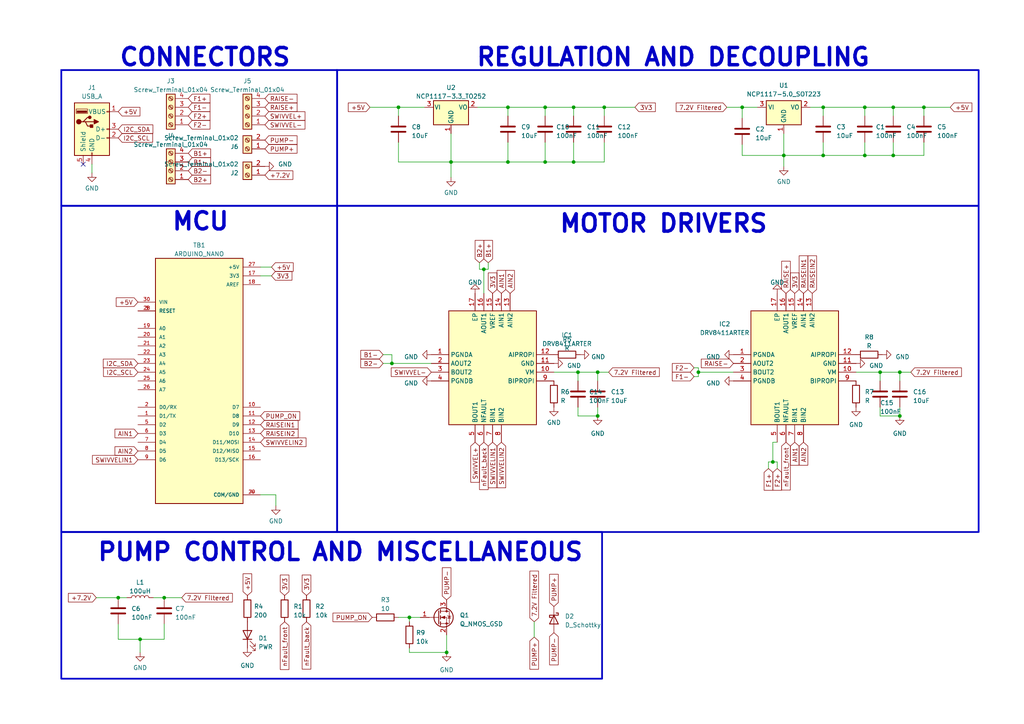
<source format=kicad_sch>
(kicad_sch (version 20230121) (generator eeschema)
  (paper "A4")
  (title_block (title "TEAM WHITE RECEIVER") (rev "1"))
  (lib_symbols
    (symbol "Connector:Screw_Terminal_01x02" (pin_names (offset 1.016) hide)
      (property "Reference" "J" (at 0 2.54 0))
      (property "Value" "Screw_Terminal_01x02" (at 0 -5.08 0))
      (symbol "Screw_Terminal_01x02_1_1"
        (rectangle (start -1.27 1.27) (end 1.27 -3.81) (stroke (width 0.254)) (fill (type background)))
        (circle (center 0 -2.54) (radius 0.635) (stroke (width 0.1524)))
        (polyline (pts (xy -0.5334 -2.2098) (xy 0.3302 -3.048)) (stroke (width 0.1524)))
        (polyline (pts (xy -0.5334 0.3302) (xy 0.3302 -0.508)) (stroke (width 0.1524)))
        (polyline (pts (xy -0.3556 -2.032) (xy 0.508 -2.8702)) (stroke (width 0.1524)))
        (polyline (pts (xy -0.3556 0.508) (xy 0.508 -0.3302)) (stroke (width 0.1524)))
        (circle (center 0 0) (radius 0.635) (stroke (width 0.1524)))
        (pin passive line (at -5.08 0 0) (length 3.81) (name "Pin_1") (number "1"))
        (pin passive line (at -5.08 -2.54 0) (length 3.81) (name "Pin_2") (number "2"))
      )
    )
    (symbol "Connector:Screw_Terminal_01x04" (pin_names (offset 1.016) hide)
      (property "Reference" "J" (at 0 5.08 0))
      (property "Value" "Screw_Terminal_01x04" (at 0 -7.62 0))
      (symbol "Screw_Terminal_01x04_1_1"
        (rectangle (start -1.27 3.81) (end 1.27 -6.35) (stroke (width 0.254)) (fill (type background)))
        (circle (center 0 -5.08) (radius 0.635) (stroke (width 0.1524)))
        (circle (center 0 -2.54) (radius 0.635) (stroke (width 0.1524)))
        (polyline (pts (xy -0.5334 -4.7498) (xy 0.3302 -5.588)) (stroke (width 0.1524)))
        (polyline (pts (xy -0.5334 -2.2098) (xy 0.3302 -3.048)) (stroke (width 0.1524)))
        (polyline (pts (xy -0.5334 0.3302) (xy 0.3302 -0.508)) (stroke (width 0.1524)))
        (polyline (pts (xy -0.5334 2.8702) (xy 0.3302 2.032)) (stroke (width 0.1524)))
        (polyline (pts (xy -0.3556 -4.572) (xy 0.508 -5.4102)) (stroke (width 0.1524)))
        (polyline (pts (xy -0.3556 -2.032) (xy 0.508 -2.8702)) (stroke (width 0.1524)))
        (polyline (pts (xy -0.3556 0.508) (xy 0.508 -0.3302)) (stroke (width 0.1524)))
        (polyline (pts (xy -0.3556 3.048) (xy 0.508 2.2098)) (stroke (width 0.1524)))
        (circle (center 0 0) (radius 0.635) (stroke (width 0.1524)))
        (circle (center 0 2.54) (radius 0.635) (stroke (width 0.1524)))
        (pin passive line (at -5.08 2.54 0) (length 3.81) (name "Pin_1") (number "1"))
        (pin passive line (at -5.08 0 0) (length 3.81) (name "Pin_2") (number "2"))
        (pin passive line (at -5.08 -2.54 0) (length 3.81) (name "Pin_3") (number "3"))
        (pin passive line (at -5.08 -5.08 0) (length 3.81) (name "Pin_4") (number "4"))
      )
    )
    (symbol "Connector:USB_A" (pin_names (offset 1.016))
      (property "Reference" "J" (at -5.08 11.43 0))
      (property "Value" "USB_A" (at -5.08 8.89 0))
      (symbol "USB_A_0_1"
        (rectangle (start -5.08 -7.62) (end 5.08 7.62) (stroke (width 0.254)) (fill (type background)))
        (circle (center -3.81 2.159) (radius 0.635) (stroke (width 0.254)) (fill (type outline)))
        (rectangle (start -1.524 4.826) (end -4.318 5.334) (fill (type outline)))
        (rectangle (start -1.27 4.572) (end -4.572 5.842))
        (circle (center -0.635 3.429) (radius 0.381) (stroke (width 0.254)) (fill (type outline)))
        (rectangle (start -0.127 -7.62) (end 0.127 -6.858))
        (polyline (pts (xy -3.175 2.159) (xy -2.54 2.159) (xy -1.27 3.429) (xy -0.635 3.429)) (stroke (width 0.254)))
        (polyline (pts (xy -2.54 2.159) (xy -1.905 2.159) (xy -1.27 0.889) (xy 0 0.889)) (stroke (width 0.254)))
        (polyline (pts (xy 0.635 2.794) (xy 0.635 1.524) (xy 1.905 2.159) (xy 0.635 2.794)) (stroke (width 0.254)) (fill (type outline)))
        (rectangle (start 0.254 1.27) (end -0.508 0.508) (stroke (width 0.254)) (fill (type outline)))
        (rectangle (start 5.08 -2.667) (end 4.318 -2.413))
        (rectangle (start 5.08 -0.127) (end 4.318 0.127))
        (rectangle (start 5.08 4.953) (end 4.318 5.207))
      )
      (symbol "USB_A_1_1"
        (polyline (pts (xy -1.905 2.159) (xy 0.635 2.159)) (stroke (width 0.254)))
        (pin power_in line (at 7.62 5.08 180) (length 2.54) (name "VBUS") (number "1"))
        (pin bidirectional line (at 7.62 -2.54 180) (length 2.54) (name "D-") (number "2"))
        (pin bidirectional line (at 7.62 0 180) (length 2.54) (name "D+") (number "3"))
        (pin power_in line (at 0 -10.16 90) (length 2.54) (name "GND") (number "4"))
        (pin passive line (at -2.54 -10.16 90) (length 2.54) (name "Shield") (number "5"))
      )
    )
    (symbol "Device:C" (pin_numbers hide) (pin_names (offset 0.254))
      (property "Reference" "C" (at 0.635 2.54 0))
      (property "Value" "C" (at 0.635 -2.54 0))
      (symbol "C_0_1"
        (polyline (pts (xy -2.032 -0.762) (xy 2.032 -0.762)) (stroke (width 0.508)))
        (polyline (pts (xy -2.032 0.762) (xy 2.032 0.762)) (stroke (width 0.508)))
      )
      (symbol "C_1_1"
        (pin passive line (at 0 3.81 270) (length 2.794) (name "~") (number "1"))
        (pin passive line (at 0 -3.81 90) (length 2.794) (name "~") (number "2"))
      )
    )
    (symbol "Device:D_Schottky" (pin_numbers hide) (pin_names (offset 1.016) hide)
      (property "Reference" "D" (at 0 2.54 0))
      (property "Value" "D_Schottky" (at 0 -2.54 0))
      (symbol "D_Schottky_0_1"
        (polyline (pts (xy 1.27 0) (xy -1.27 0)))
        (polyline (pts (xy 1.27 1.27) (xy 1.27 -1.27) (xy -1.27 0) (xy 1.27 1.27)) (stroke (width 0.254)))
        (polyline (pts (xy -1.905 0.635) (xy -1.905 1.27) (xy -1.27 1.27) (xy -1.27 -1.27) (xy -0.635 -1.27) (xy -0.635 -0.635)) (stroke (width 0.254)))
      )
      (symbol "D_Schottky_1_1"
        (pin passive line (at -3.81 0 0) (length 2.54) (name "K") (number "1"))
        (pin passive line (at 3.81 0 180) (length 2.54) (name "A") (number "2"))
      )
    )
    (symbol "Device:L" (pin_numbers hide) (pin_names (offset 1.016) hide)
      (property "Reference" "L" (at -1.27 0 90))
      (property "Value" "L" (at 1.905 0 90))
      (symbol "L_0_1"
        (arc (start 0 -2.54) (mid 0.6323 -1.905) (end 0 -1.27))
        (arc (start 0 -1.27) (mid 0.6323 -0.635) (end 0 0))
        (arc (start 0 0) (mid 0.6323 0.635) (end 0 1.27))
        (arc (start 0 1.27) (mid 0.6323 1.905) (end 0 2.54))
      )
      (symbol "L_1_1"
        (pin passive line (at 0 3.81 270) (length 1.27) (name "1") (number "1"))
        (pin passive line (at 0 -3.81 90) (length 1.27) (name "2") (number "2"))
      )
    )
    (symbol "Device:LED" (pin_numbers hide) (pin_names (offset 1.016) hide)
      (property "Reference" "D" (at 0 2.54 0))
      (property "Value" "LED" (at 0 -2.54 0))
      (symbol "LED_0_1"
        (polyline (pts (xy -1.27 -1.27) (xy -1.27 1.27)) (stroke (width 0.254)))
        (polyline (pts (xy -1.27 0) (xy 1.27 0)))
        (polyline (pts (xy 1.27 -1.27) (xy 1.27 1.27) (xy -1.27 0) (xy 1.27 -1.27)) (stroke (width 0.254)))
        (polyline (pts (xy -3.048 -0.762) (xy -4.572 -2.286) (xy -3.81 -2.286) (xy -4.572 -2.286) (xy -4.572 -1.524)))
        (polyline (pts (xy -1.778 -0.762) (xy -3.302 -2.286) (xy -2.54 -2.286) (xy -3.302 -2.286) (xy -3.302 -1.524)))
      )
      (symbol "LED_1_1"
        (pin passive line (at -3.81 0 0) (length 2.54) (name "K") (number "1"))
        (pin passive line (at 3.81 0 180) (length 2.54) (name "A") (number "2"))
      )
    )
    (symbol "Device:Q_NMOS_GSD" (pin_names (offset 0) hide)
      (property "Reference" "Q" (at 5.08 1.27 0))
      (property "Value" "Q_NMOS_GSD" (at 5.08 -1.27 0))
      (symbol "Q_NMOS_GSD_0_1"
        (polyline (pts (xy 0.254 0) (xy -2.54 0)))
        (polyline (pts (xy 0.254 1.905) (xy 0.254 -1.905)) (stroke (width 0.254)))
        (polyline (pts (xy 0.762 -1.27) (xy 0.762 -2.286)) (stroke (width 0.254)))
        (polyline (pts (xy 0.762 0.508) (xy 0.762 -0.508)) (stroke (width 0.254)))
        (polyline (pts (xy 0.762 2.286) (xy 0.762 1.27)) (stroke (width 0.254)))
        (polyline (pts (xy 2.54 2.54) (xy 2.54 1.778)))
        (polyline (pts (xy 2.54 -2.54) (xy 2.54 0) (xy 0.762 0)))
        (polyline (pts (xy 0.762 -1.778) (xy 3.302 -1.778) (xy 3.302 1.778) (xy 0.762 1.778)))
        (polyline (pts (xy 1.016 0) (xy 2.032 0.381) (xy 2.032 -0.381) (xy 1.016 0)) (fill (type outline)))
        (polyline (pts (xy 2.794 0.508) (xy 2.921 0.381) (xy 3.683 0.381) (xy 3.81 0.254)))
        (polyline (pts (xy 3.302 0.381) (xy 2.921 -0.254) (xy 3.683 -0.254) (xy 3.302 0.381)))
        (circle (center 1.651 0) (radius 2.794) (stroke (width 0.254)))
        (circle (center 2.54 -1.778) (radius 0.254) (fill (type outline)))
        (circle (center 2.54 1.778) (radius 0.254) (fill (type outline)))
      )
      (symbol "Q_NMOS_GSD_1_1"
        (pin input line (at -5.08 0 0) (length 2.54) (name "G") (number "1"))
        (pin passive line (at 2.54 -5.08 90) (length 2.54) (name "S") (number "2"))
        (pin passive line (at 2.54 5.08 270) (length 2.54) (name "D") (number "3"))
      )
    )
    (symbol "Device:R" (pin_numbers hide) (pin_names (offset 0))
      (property "Reference" "R" (at 2.032 0 90))
      (property "Value" "R" (at 0 0 90))
      (symbol "R_0_1"
        (rectangle (start -1.016 -2.54) (end 1.016 2.54) (stroke (width 0.254)))
      )
      (symbol "R_1_1"
        (pin passive line (at 0 3.81 270) (length 1.27) (name "~") (number "1"))
        (pin passive line (at 0 -3.81 90) (length 1.27) (name "~") (number "2"))
      )
    )
    (symbol "LIB_DRV8411ARTER:DRV8411ARTER"
      (property "Reference" "IC" (at 31.75 17.78 0))
      (property "Value" "DRV8411ARTER" (at 31.75 15.24 0))
      (symbol "DRV8411ARTER_1_1"
        (rectangle (start 5.08 12.7) (end 30.48 -20.32) (stroke (width 0.254)) (fill (type background)))
        (pin passive line (at 0 0 0) (length 5.08) (name "PGNDA") (number "1"))
        (pin passive line (at 35.56 -5.08 180) (length 5.08) (name "VM") (number "10"))
        (pin passive line (at 35.56 -2.54 180) (length 5.08) (name "GND") (number "11"))
        (pin passive line (at 35.56 0 180) (length 5.08) (name "AIPROPI") (number "12"))
        (pin passive line (at 22.86 17.78 270) (length 5.08) (name "AIN2") (number "13"))
        (pin passive line (at 20.32 17.78 270) (length 5.08) (name "AIN1") (number "14"))
        (pin passive line (at 17.78 17.78 270) (length 5.08) (name "VREF") (number "15"))
        (pin passive line (at 15.24 17.78 270) (length 5.08) (name "AOUT1") (number "16"))
        (pin passive line (at 12.7 17.78 270) (length 5.08) (name "EP") (number "17"))
        (pin passive line (at 0 -2.54 0) (length 5.08) (name "AOUT2") (number "2"))
        (pin passive line (at 0 -5.08 0) (length 5.08) (name "BOUT2") (number "3"))
        (pin passive line (at 0 -7.62 0) (length 5.08) (name "PGNDB") (number "4"))
        (pin passive line (at 12.7 -25.4 90) (length 5.08) (name "BOUT1") (number "5"))
        (pin passive line (at 15.24 -25.4 90) (length 5.08) (name "NFAULT") (number "6"))
        (pin passive line (at 17.78 -25.4 90) (length 5.08) (name "BIN1") (number "7"))
        (pin passive line (at 20.32 -25.4 90) (length 5.08) (name "BIN2") (number "8"))
        (pin passive line (at 35.56 -7.62 180) (length 5.08) (name "BIPROPI") (number "9"))
      )
    )
    (symbol "New_Library:ARDUINO_NANO" (pin_names (offset 1.016))
      (property "Reference" "TB" (at -12.7 35.56 0))
      (property "Value" "ARDUINO_NANO" (at -12.7 -38.1 0))
      (symbol "ARDUINO_NANO_0_0"
        (rectangle (start -12.7 -35.56) (end 12.7 35.56) (stroke (width 0.254)) (fill (type background)))
        (pin bidirectional line (at -17.78 -10.16 0) (length 5.08) (name "D1/TX") (number "1"))
        (pin bidirectional line (at 17.78 -7.62 180) (length 5.08) (name "D7") (number "10"))
        (pin bidirectional line (at 17.78 -10.16 180) (length 5.08) (name "D8") (number "11"))
        (pin bidirectional line (at 17.78 -12.7 180) (length 5.08) (name "D9") (number "12"))
        (pin bidirectional line (at 17.78 -15.24 180) (length 5.08) (name "D10") (number "13"))
        (pin bidirectional line (at 17.78 -17.78 180) (length 5.08) (name "D11/MOSI") (number "14"))
        (pin bidirectional line (at 17.78 -20.32 180) (length 5.08) (name "D12/MISO") (number "15"))
        (pin bidirectional line (at 17.78 -22.86 180) (length 5.08) (name "D13/SCK") (number "16"))
        (pin power_in line (at 17.78 30.48 180) (length 5.08) (name "3V3") (number "17"))
        (pin power_in line (at 17.78 27.94 180) (length 5.08) (name "AREF") (number "18"))
        (pin input line (at -17.78 15.24 0) (length 5.08) (name "A0") (number "19"))
        (pin bidirectional line (at -17.78 -7.62 0) (length 5.08) (name "D0/RX") (number "2"))
        (pin input line (at -17.78 12.7 0) (length 5.08) (name "A1") (number "20"))
        (pin input line (at -17.78 10.16 0) (length 5.08) (name "A2") (number "21"))
        (pin input line (at -17.78 7.62 0) (length 5.08) (name "A3") (number "22"))
        (pin input line (at -17.78 5.08 0) (length 5.08) (name "A4") (number "23"))
        (pin input line (at -17.78 2.54 0) (length 5.08) (name "A5") (number "24"))
        (pin input line (at -17.78 0 0) (length 5.08) (name "A6") (number "25"))
        (pin input line (at -17.78 -2.54 0) (length 5.08) (name "A7") (number "26"))
        (pin power_in line (at 17.78 33.02 180) (length 5.08) (name "+5V") (number "27"))
        (pin input line (at -17.78 20.32 0) (length 5.08) (name "RESET") (number "28"))
        (pin power_in line (at 17.78 -33.02 180) (length 5.08) (name "COM/GND") (number "29"))
        (pin input line (at -17.78 20.32 0) (length 5.08) (name "RESET") (number "3"))
        (pin input line (at -17.78 22.86 0) (length 5.08) (name "VIN") (number "30"))
        (pin power_in line (at 17.78 -33.02 180) (length 5.08) (name "COM/GND") (number "4"))
        (pin bidirectional line (at -17.78 -12.7 0) (length 5.08) (name "D2") (number "5"))
        (pin bidirectional line (at -17.78 -15.24 0) (length 5.08) (name "D3") (number "6"))
        (pin bidirectional line (at -17.78 -17.78 0) (length 5.08) (name "D4") (number "7"))
        (pin bidirectional line (at -17.78 -20.32 0) (length 5.08) (name "D5") (number "8"))
        (pin bidirectional line (at -17.78 -22.86 0) (length 5.08) (name "D6") (number "9"))
      )
    )
    (symbol "Regulator_Linear:NCP1117-3.3_TO252" (pin_names (offset 0.254))
      (property "Reference" "U" (at -3.81 3.175 0))
      (property "Value" "NCP1117-3.3_TO252" (at 0 3.175 0))
      (symbol "NCP1117-3.3_TO252_0_1"
        (rectangle (start -5.08 1.905) (end 5.08 -5.08) (stroke (width 0.254)) (fill (type background)))
      )
      (symbol "NCP1117-3.3_TO252_1_1"
        (pin power_in line (at 0 -7.62 90) (length 2.54) (name "GND") (number "1"))
        (pin power_out line (at 7.62 0 180) (length 2.54) (name "VO") (number "2"))
        (pin power_in line (at -7.62 0 0) (length 2.54) (name "VI") (number "3"))
      )
    )
    (symbol "Regulator_Linear:NCP1117-5.0_SOT223"
      (property "Reference" "U" (at -3.81 3.175 0))
      (property "Value" "NCP1117-5.0_SOT223" (at 0 3.175 0))
      (symbol "NCP1117-5.0_SOT223_0_1"
        (rectangle (start -5.08 -5.08) (end 5.08 1.905) (stroke (width 0.254)) (fill (type background)))
      )
      (symbol "NCP1117-5.0_SOT223_1_1"
        (pin power_in line (at 0 -7.62 90) (length 2.54) (name "GND") (number "1"))
        (pin power_out line (at 7.62 0 180) (length 2.54) (name "VO") (number "2"))
        (pin power_in line (at -7.62 0 0) (length 2.54) (name "VI") (number "3"))
      )
    )
    (symbol "power:GND" (power) (pin_names (offset 0))
      (property "Value" "GND" (at 0 -3.81 0))
      (symbol "GND_0_1"
        (polyline (pts (xy 0 0) (xy 0 -1.27) (xy 1.27 -1.27) (xy 0 -2.54) (xy -1.27 -1.27) (xy 0 -1.27)))
      )
      (symbol "GND_1_1"
        (pin power_in line (at 0 0 270) (length 0) hide (name "GND") (number "1"))
      )
    )
  )
  (junction (at 115.57 31.115))
  (junction (at 227.33 45.085))
  (junction (at 166.37 46.99))
  (junction (at 129.54 189.23))
  (junction (at 238.76 31.115))
  (junction (at 47.625 173.355))
  (junction (at 147.32 31.115))
  (junction (at 158.115 46.99))
  (junction (at 175.26 31.115))
  (junction (at 250.825 45.085))
  (junction (at 166.37 31.115))
  (junction (at 238.76 45.085))
  (junction (at 130.81 46.99))
  (junction (at 173.355 120.65))
  (junction (at 267.97 31.115))
  (junction (at 260.985 107.95))
  (junction (at 215.265 31.115))
  (junction (at 173.355 107.95))
  (junction (at 224.155 133.985))
  (junction (at 118.745 179.07))
  (junction (at 259.08 31.115))
  (junction (at 255.27 107.95))
  (junction (at 34.29 173.355))
  (junction (at 202.565 107.95))
  (junction (at 140.335 78.105))
  (junction (at 250.825 31.115))
  (junction (at 113.665 105.41))
  (junction (at 167.64 107.95))
  (junction (at 260.985 120.65))
  (junction (at 147.32 46.99))
  (junction (at 40.64 185.42))
  (junction (at 259.08 45.085))
  (junction (at 158.115 31.115))
  (no_connect (at 24.13 47.625))
  (wire (pts (xy 238.76 45.085) (xy 250.825 45.085)))
  (wire (pts (xy 202.565 107.95) (xy 212.725 107.95)))
  (wire (pts (xy 118.745 187.96) (xy 118.745 189.23)))
  (wire (pts (xy 115.57 46.99) (xy 130.81 46.99)))
  (wire (pts (xy 158.115 46.99) (xy 166.37 46.99)))
  (wire (pts (xy 224.155 133.985) (xy 225.425 133.985)))
  (wire (pts (xy 130.81 46.99) (xy 147.32 46.99)))
  (wire (pts (xy 147.32 31.115) (xy 158.115 31.115)))
  (wire (pts (xy 267.97 31.115) (xy 275.59 31.115)))
  (wire (pts (xy 139.065 78.105) (xy 140.335 78.105)))
  (wire (pts (xy 267.97 31.115) (xy 259.08 31.115)))
  (wire (pts (xy 118.745 189.23) (xy 129.54 189.23)))
  (wire (pts (xy 201.295 109.22) (xy 202.565 109.22)))
  (wire (pts (xy 118.745 179.07) (xy 118.745 180.34)))
  (wire (pts (xy 201.295 106.68) (xy 202.565 106.68)))
  (wire (pts (xy 75.565 77.47) (xy 78.74 77.47)))
  (wire (pts (xy 140.335 78.105) (xy 140.335 85.09)))
  (wire (pts (xy 167.64 118.11) (xy 167.64 120.65)))
  (wire (pts (xy 215.265 45.085) (xy 227.33 45.085)))
  (wire (pts (xy 47.625 173.355) (xy 52.705 173.355)))
  (wire (pts (xy 138.43 31.115) (xy 147.32 31.115)))
  (wire (pts (xy 238.76 41.275) (xy 238.76 45.085)))
  (wire (pts (xy 255.27 107.95) (xy 255.27 110.49)))
  (wire (pts (xy 140.335 78.105) (xy 141.605 78.105)))
  (wire (pts (xy 234.95 31.115) (xy 238.76 31.115)))
  (wire (pts (xy 260.985 107.95) (xy 260.985 110.49)))
  (wire (pts (xy 238.76 31.115) (xy 238.76 33.655)))
  (wire (pts (xy 40.64 185.42) (xy 40.64 189.23)))
  (wire (pts (xy 166.37 31.115) (xy 166.37 33.655)))
  (wire (pts (xy 267.97 45.085) (xy 259.08 45.085)))
  (wire (pts (xy 107.315 31.115) (xy 115.57 31.115)))
  (wire (pts (xy 202.565 106.68) (xy 202.565 107.95)))
  (wire (pts (xy 250.825 33.655) (xy 250.825 31.115)))
  (wire (pts (xy 154.94 180.34) (xy 154.94 184.785)))
  (wire (pts (xy 34.29 185.42) (xy 40.64 185.42)))
  (wire (pts (xy 222.885 133.985) (xy 224.155 133.985)))
  (wire (pts (xy 259.08 41.275) (xy 259.08 45.085)))
  (wire (pts (xy 267.97 41.275) (xy 267.97 45.085)))
  (wire (pts (xy 167.64 107.95) (xy 173.355 107.95)))
  (wire (pts (xy 175.26 41.275) (xy 175.26 46.99)))
  (wire (pts (xy 260.985 107.95) (xy 264.16 107.95)))
  (wire (pts (xy 115.57 33.655) (xy 115.57 31.115)))
  (wire (pts (xy 166.37 41.275) (xy 166.37 46.99)))
  (wire (pts (xy 34.29 180.975) (xy 34.29 185.42)))
  (wire (pts (xy 227.33 38.735) (xy 227.33 45.085)))
  (wire (pts (xy 147.32 46.99) (xy 158.115 46.99)))
  (wire (pts (xy 267.97 33.655) (xy 267.97 31.115)))
  (wire (pts (xy 167.64 120.65) (xy 173.355 120.65)))
  (wire (pts (xy 26.67 47.625) (xy 26.67 50.165)))
  (wire (pts (xy 115.57 179.07) (xy 118.745 179.07)))
  (wire (pts (xy 141.605 76.2) (xy 141.605 78.105)))
  (wire (pts (xy 118.745 179.07) (xy 121.92 179.07)))
  (wire (pts (xy 158.115 31.115) (xy 158.115 33.655)))
  (wire (pts (xy 158.115 41.275) (xy 158.115 46.99)))
  (wire (pts (xy 115.57 41.275) (xy 115.57 46.99)))
  (wire (pts (xy 210.82 31.115) (xy 215.265 31.115)))
  (wire (pts (xy 225.425 135.89) (xy 225.425 133.985)))
  (wire (pts (xy 160.655 107.95) (xy 167.64 107.95)))
  (wire (pts (xy 129.54 184.15) (xy 129.54 189.23)))
  (wire (pts (xy 34.29 173.355) (xy 36.83 173.355)))
  (wire (pts (xy 147.32 31.115) (xy 147.32 33.655)))
  (wire (pts (xy 227.33 45.085) (xy 227.33 48.26)))
  (wire (pts (xy 40.64 185.42) (xy 47.625 185.42)))
  (wire (pts (xy 248.285 107.95) (xy 255.27 107.95)))
  (wire (pts (xy 166.37 31.115) (xy 175.26 31.115)))
  (wire (pts (xy 111.125 102.87) (xy 113.665 102.87)))
  (wire (pts (xy 27.94 173.355) (xy 34.29 173.355)))
  (wire (pts (xy 259.08 45.085) (xy 250.825 45.085)))
  (wire (pts (xy 158.115 31.115) (xy 166.37 31.115)))
  (wire (pts (xy 75.565 80.01) (xy 78.74 80.01)))
  (wire (pts (xy 130.81 38.735) (xy 130.81 46.99)))
  (wire (pts (xy 111.125 105.41) (xy 113.665 105.41)))
  (wire (pts (xy 260.985 118.11) (xy 260.985 120.65)))
  (wire (pts (xy 215.265 31.115) (xy 219.71 31.115)))
  (wire (pts (xy 215.265 41.91) (xy 215.265 45.085)))
  (wire (pts (xy 147.32 41.275) (xy 147.32 46.99)))
  (wire (pts (xy 227.33 45.085) (xy 238.76 45.085)))
  (wire (pts (xy 167.64 107.95) (xy 167.64 110.49)))
  (wire (pts (xy 44.45 173.355) (xy 47.625 173.355)))
  (wire (pts (xy 225.425 128.27) (xy 224.155 128.27)))
  (wire (pts (xy 202.565 109.22) (xy 202.565 107.95)))
  (wire (pts (xy 250.825 41.275) (xy 250.825 45.085)))
  (wire (pts (xy 255.27 118.11) (xy 255.27 120.65)))
  (wire (pts (xy 215.265 31.115) (xy 215.265 34.29)))
  (wire (pts (xy 75.565 143.51) (xy 80.01 143.51)))
  (wire (pts (xy 175.26 31.115) (xy 175.26 33.655)))
  (wire (pts (xy 115.57 31.115) (xy 123.19 31.115)))
  (wire (pts (xy 255.27 107.95) (xy 260.985 107.95)))
  (wire (pts (xy 173.355 107.95) (xy 173.355 110.49)))
  (wire (pts (xy 113.665 102.87) (xy 113.665 105.41)))
  (wire (pts (xy 173.355 107.95) (xy 176.53 107.95)))
  (wire (pts (xy 222.885 135.89) (xy 222.885 133.985)))
  (wire (pts (xy 47.625 185.42) (xy 47.625 180.975)))
  (wire (pts (xy 113.665 105.41) (xy 125.095 105.41)))
  (wire (pts (xy 255.27 120.65) (xy 260.985 120.65)))
  (wire (pts (xy 80.01 143.51) (xy 80.01 146.685)))
  (wire (pts (xy 259.08 31.115) (xy 250.825 31.115)))
  (wire (pts (xy 173.355 118.11) (xy 173.355 120.65)))
  (wire (pts (xy 250.825 31.115) (xy 238.76 31.115)))
  (wire (pts (xy 166.37 46.99) (xy 175.26 46.99)))
  (wire (pts (xy 130.81 46.99) (xy 130.81 51.435)))
  (wire (pts (xy 139.065 76.2) (xy 139.065 78.105)))
  (wire (pts (xy 259.08 33.655) (xy 259.08 31.115)))
  (wire (pts (xy 224.155 128.27) (xy 224.155 133.985)))
  (wire (pts (xy 175.26 31.115) (xy 184.15 31.115)))
  (rectangle (start 17.78 59.69) (end 97.79 154.305) (stroke (width 0.5)))
  (rectangle (start 97.79 59.69) (end 283.845 154.305) (stroke (width 0.5)))
  (rectangle (start 97.79 20.32) (end 283.845 59.69) (stroke (width 0.5)))
  (rectangle (start 17.78 154.305) (end 174.625 196.85) (stroke (width 0.5)))
  (rectangle (start 17.78 20.32) (end 97.79 59.69) (stroke (width 0.5)))
  (text "MOTOR DRIVERS" (at 161.925 67.945 0) (effects (font (size 5 5) (thickness 1) bold) (justify left bottom)))
  (text "REGULATION AND DECOUPLING" (at 137.795 19.685 0) (effects (font (size 5 5) (thickness 1) bold) (justify left bottom)))
  (text "CONNECTORS" (at 34.29 19.685 0) (effects (font (size 5 5) (thickness 1) bold) (justify left bottom)))
  (text "PUMP CONTROL AND MISCELLANEOUS" (at 27.94 163.195 0) (effects (font (size 5 5) (thickness 1) bold) (justify left bottom)))
  (text "MCU" (at 49.53 67.31 0) (effects (font (size 5 5) (thickness 1) bold) (justify left bottom)))
  (global_label "B1+" (shape input) (at 54.61 44.45 0) (property "Intersheetrefs" "${INTERSHEET_REFS}" (effects hide)))
  (global_label "7.2V Filtered" (shape input) (at 154.94 180.34 90) (property "Intersheetrefs" "${INTERSHEET_REFS}" (effects hide)))
  (global_label "+5V" (shape input) (at 71.755 172.72 90) (property "Intersheetrefs" "${INTERSHEET_REFS}" (effects hide)))
  (global_label "+7.2V" (shape input) (at 76.835 50.8 0) (property "Intersheetrefs" "${INTERSHEET_REFS}" (effects hide)))
  (global_label "F2+" (shape input) (at 225.425 135.89 270) (property "Intersheetrefs" "${INTERSHEET_REFS}" (effects hide)))
  (global_label "F1+" (shape input) (at 54.61 28.575 0) (property "Intersheetrefs" "${INTERSHEET_REFS}" (effects hide)))
  (global_label "F1-" (shape input) (at 201.295 109.22 180) (property "Intersheetrefs" "${INTERSHEET_REFS}" (effects hide)))
  (global_label "F1-" (shape input) (at 54.61 31.115 0) (property "Intersheetrefs" "${INTERSHEET_REFS}" (effects hide)))
  (global_label "F2-" (shape input) (at 54.61 36.195 0) (property "Intersheetrefs" "${INTERSHEET_REFS}" (effects hide)))
  (global_label "RAISEIN1" (shape input) (at 75.565 123.19 0) (property "Intersheetrefs" "${INTERSHEET_REFS}" (effects hide)))
  (global_label "RAISEIN2" (shape input) (at 235.585 85.09 90) (property "Intersheetrefs" "${INTERSHEET_REFS}" (effects hide)))
  (global_label "AIN1" (shape input) (at 230.505 128.27 270) (property "Intersheetrefs" "${INTERSHEET_REFS}" (effects hide)))
  (global_label "+5V" (shape input) (at 107.315 31.115 180) (property "Intersheetrefs" "${INTERSHEET_REFS}" (effects hide)))
  (global_label "B1-" (shape input) (at 111.125 102.87 180) (property "Intersheetrefs" "${INTERSHEET_REFS}" (effects hide)))
  (global_label "7.2V Filtered" (shape input) (at 264.16 107.95 0) (property "Intersheetrefs" "${INTERSHEET_REFS}" (effects hide)))
  (global_label "nFault_back" (shape input) (at 140.335 128.27 270) (property "Intersheetrefs" "${INTERSHEET_REFS}" (effects hide)))
  (global_label "AIN1" (shape input) (at 145.415 85.09 90) (property "Intersheetrefs" "${INTERSHEET_REFS}" (effects hide)))
  (global_label "F2+" (shape input) (at 54.61 33.655 0) (property "Intersheetrefs" "${INTERSHEET_REFS}" (effects hide)))
  (global_label "F2-" (shape input) (at 201.295 106.68 180) (property "Intersheetrefs" "${INTERSHEET_REFS}" (effects hide)))
  (global_label "3V3" (shape input) (at 184.15 31.115 0) (property "Intersheetrefs" "${INTERSHEET_REFS}" (effects hide)))
  (global_label "7.2V Filtered" (shape input) (at 210.82 31.115 180) (property "Intersheetrefs" "${INTERSHEET_REFS}" (effects hide)))
  (global_label "nFault_front" (shape input) (at 82.55 180.34 270) (property "Intersheetrefs" "${INTERSHEET_REFS}" (effects hide)))
  (global_label "I2C_SCL" (shape input) (at 40.005 107.95 180) (property "Intersheetrefs" "${INTERSHEET_REFS}" (effects hide)))
  (global_label "SWIVVELIN2" (shape input) (at 75.565 128.27 0) (property "Intersheetrefs" "${INTERSHEET_REFS}" (effects hide)))
  (global_label "SWIVVELIN2" (shape input) (at 145.415 128.27 270) (property "Intersheetrefs" "${INTERSHEET_REFS}" (effects hide)))
  (global_label "PUMP+" (shape input) (at 160.655 175.895 90) (property "Intersheetrefs" "${INTERSHEET_REFS}" (effects hide)))
  (global_label "B2-" (shape input) (at 54.61 49.53 0) (property "Intersheetrefs" "${INTERSHEET_REFS}" (effects hide)))
  (global_label "PUMP+" (shape input) (at 76.835 43.18 0) (property "Intersheetrefs" "${INTERSHEET_REFS}" (effects hide)))
  (global_label "SWIVVELIN1" (shape input) (at 142.875 128.27 270) (property "Intersheetrefs" "${INTERSHEET_REFS}" (effects hide)))
  (global_label "+7.2V" (shape input) (at 27.94 173.355 180) (property "Intersheetrefs" "${INTERSHEET_REFS}" (effects hide)))
  (global_label "RAISEIN1" (shape input) (at 233.045 85.09 90) (property "Intersheetrefs" "${INTERSHEET_REFS}" (effects hide)))
  (global_label "PUMP+" (shape input) (at 154.94 184.785 270) (property "Intersheetrefs" "${INTERSHEET_REFS}" (effects hide)))
  (global_label "SWIVVEL+" (shape input) (at 76.835 33.655 0) (property "Intersheetrefs" "${INTERSHEET_REFS}" (effects hide)))
  (global_label "3V3" (shape input) (at 82.55 172.72 90) (property "Intersheetrefs" "${INTERSHEET_REFS}" (effects hide)))
  (global_label "AIN2" (shape input) (at 40.005 130.81 180) (property "Intersheetrefs" "${INTERSHEET_REFS}" (effects hide)))
  (global_label "SWIVVEL-" (shape input) (at 125.095 107.95 180) (property "Intersheetrefs" "${INTERSHEET_REFS}" (effects hide)))
  (global_label "AIN2" (shape input) (at 147.955 85.09 90) (property "Intersheetrefs" "${INTERSHEET_REFS}" (effects hide)))
  (global_label "B1-" (shape input) (at 54.61 46.99 0) (property "Intersheetrefs" "${INTERSHEET_REFS}" (effects hide)))
  (global_label "3V3" (shape input) (at 142.875 85.09 90) (property "Intersheetrefs" "${INTERSHEET_REFS}" (effects hide)))
  (global_label "nFault_back" (shape input) (at 88.9 180.34 270) (property "Intersheetrefs" "${INTERSHEET_REFS}" (effects hide)))
  (global_label "RAISE-" (shape input) (at 76.835 28.575 0) (property "Intersheetrefs" "${INTERSHEET_REFS}" (effects hide)))
  (global_label "7.2V Filtered" (shape input) (at 176.53 107.95 0) (property "Intersheetrefs" "${INTERSHEET_REFS}" (effects hide)))
  (global_label "AIN2" (shape input) (at 233.045 128.27 270) (property "Intersheetrefs" "${INTERSHEET_REFS}" (effects hide)))
  (global_label "B2-" (shape input) (at 111.125 105.41 180) (property "Intersheetrefs" "${INTERSHEET_REFS}" (effects hide)))
  (global_label "RAISE-" (shape input) (at 212.725 105.41 180) (property "Intersheetrefs" "${INTERSHEET_REFS}" (effects hide)))
  (global_label "3V3" (shape input) (at 78.74 80.01 0) (property "Intersheetrefs" "${INTERSHEET_REFS}" (effects hide)))
  (global_label "B1+" (shape input) (at 141.605 76.2 90) (property "Intersheetrefs" "${INTERSHEET_REFS}" (effects hide)))
  (global_label "AIN1" (shape input) (at 40.005 125.73 180) (property "Intersheetrefs" "${INTERSHEET_REFS}" (effects hide)))
  (global_label "PUMP_ON" (shape input) (at 75.565 120.65 0) (property "Intersheetrefs" "${INTERSHEET_REFS}" (effects hide)))
  (global_label "I2C_SDA" (shape input) (at 34.29 37.465 0) (property "Intersheetrefs" "${INTERSHEET_REFS}" (effects hide)))
  (global_label "PUMP-" (shape input) (at 76.835 40.64 0) (property "Intersheetrefs" "${INTERSHEET_REFS}" (effects hide)))
  (global_label "PUMP-" (shape input) (at 129.54 173.99 90) (property "Intersheetrefs" "${INTERSHEET_REFS}" (effects hide)))
  (global_label "RAISEIN2" (shape input) (at 75.565 125.73 0) (property "Intersheetrefs" "${INTERSHEET_REFS}" (effects hide)))
  (global_label "3V3" (shape input) (at 88.9 172.72 90) (property "Intersheetrefs" "${INTERSHEET_REFS}" (effects hide)))
  (global_label "RAISE+" (shape input) (at 76.835 31.115 0) (property "Intersheetrefs" "${INTERSHEET_REFS}" (effects hide)))
  (global_label "nFault_front" (shape input) (at 227.965 128.27 270) (property "Intersheetrefs" "${INTERSHEET_REFS}" (effects hide)))
  (global_label "PUMP_ON" (shape input) (at 107.95 179.07 180) (property "Intersheetrefs" "${INTERSHEET_REFS}" (effects hide)))
  (global_label "B2+" (shape input) (at 54.61 52.07 0) (property "Intersheetrefs" "${INTERSHEET_REFS}" (effects hide)))
  (global_label "+5V" (shape input) (at 275.59 31.115 0) (property "Intersheetrefs" "${INTERSHEET_REFS}" (effects hide)))
  (global_label "3V3" (shape input) (at 230.505 85.09 90) (property "Intersheetrefs" "${INTERSHEET_REFS}" (effects hide)))
  (global_label "I2C_SCL" (shape input) (at 34.29 40.005 0) (property "Intersheetrefs" "${INTERSHEET_REFS}" (effects hide)))
  (global_label "SWIVVEL+" (shape input) (at 137.795 128.27 270) (property "Intersheetrefs" "${INTERSHEET_REFS}" (effects hide)))
  (global_label "RAISE+" (shape input) (at 227.965 85.09 90) (property "Intersheetrefs" "${INTERSHEET_REFS}" (effects hide)))
  (global_label "+5V" (shape input) (at 40.005 87.63 180) (property "Intersheetrefs" "${INTERSHEET_REFS}" (effects hide)))
  (global_label "SWIVVEL-" (shape input) (at 76.835 36.195 0) (property "Intersheetrefs" "${INTERSHEET_REFS}" (effects hide)))
  (global_label "+5V" (shape input) (at 78.74 77.47 0) (property "Intersheetrefs" "${INTERSHEET_REFS}" (effects hide)))
  (global_label "F1+" (shape input) (at 222.885 135.89 270) (property "Intersheetrefs" "${INTERSHEET_REFS}" (effects hide)))
  (global_label "PUMP-" (shape input) (at 160.655 183.515 270) (property "Intersheetrefs" "${INTERSHEET_REFS}" (effects hide)))
  (global_label "SWIVVELIN1" (shape input) (at 40.005 133.35 180) (property "Intersheetrefs" "${INTERSHEET_REFS}" (effects hide)))
  (global_label "+5V" (shape input) (at 34.29 32.385 0) (property "Intersheetrefs" "${INTERSHEET_REFS}" (effects hide)))
  (global_label "B2+" (shape input) (at 139.065 76.2 90) (property "Intersheetrefs" "${INTERSHEET_REFS}" (effects hide)))
  (global_label "I2C_SDA" (shape input) (at 40.005 105.41 180) (property "Intersheetrefs" "${INTERSHEET_REFS}" (effects hide)))
  (global_label "7.2V Filtered" (shape input) (at 52.705 173.355 0) (property "Intersheetrefs" "${INTERSHEET_REFS}" (effects hide)))
  (symbol (lib_id "Device:C") (at 166.37 37.465 0) (unit 1)
    (property "Reference" "C11" (at 170.18 36.83 0) (effects (justify left)))
    (property "Value" "100nF" (at 170.18 39.37 0) (effects (justify left)))
    (property "Footprint" "Capacitor_SMD:C_0603_1608Metric" (effects hide))
  )
  (symbol (lib_id "power:GND") (at 76.835 48.26 90) (unit 1)
    (property "Reference" "#PWR02" (effects hide))
    (property "Value" "GND" (at 80.645 47.625 90) (effects (justify right)))
  )
  (symbol (lib_id "Device:R") (at 118.745 184.15 0) (unit 1)
    (property "Reference" "R9" (at 120.65 183.515 0) (effects (justify left)))
    (property "Value" "10k" (at 120.65 186.055 0) (effects (justify left)))
    (property "Footprint" "Resistor_SMD:R_0603_1608Metric" (effects hide))
  )
  (symbol (lib_id "Connector:Screw_Terminal_01x04") (at 49.53 33.655 180) (unit 1)
    (property "Reference" "J3" (at 49.53 23.495 0))
    (property "Value" "Screw_Terminal_01x04" (at 49.53 26.035 0))
    (property "Footprint" "Connector_JST:JST_PH_S4B-PH-K_1x04_P2.00mm_Horizontal" (effects hide))
  )
  (symbol (lib_id "Device:C") (at 147.32 37.465 0) (unit 1)
    (property "Reference" "C9" (at 151.13 36.83 0) (effects (justify left)))
    (property "Value" "10uF" (at 151.13 39.37 0) (effects (justify left)))
    (property "Footprint" "Capacitor_SMD:C_0805_2012Metric" (effects hide))
  )
  (symbol (lib_id "power:GND") (at 129.54 189.23 0) (unit 1)
    (property "Reference" "#PWR024" (effects hide))
    (property "Value" "GND" (at 129.54 194.31 0))
  )
  (symbol (lib_id "Device:R") (at 164.465 102.87 90) (unit 1)
    (property "Reference" "R5" (at 164.465 98.425 90))
    (property "Value" "R" (at 164.465 100.965 90))
    (property "Footprint" "Resistor_SMD:R_0603_1608Metric" (effects hide))
  )
  (symbol (lib_id "power:GND") (at 125.095 102.87 270) (unit 1)
    (property "Reference" "#PWR09" (effects hide))
    (property "Value" "GND" (at 121.285 103.505 90) (effects (justify right)))
  )
  (symbol (lib_id "power:GND") (at 173.355 120.65 0) (unit 1)
    (property "Reference" "#PWR011" (effects hide))
    (property "Value" "GND" (at 173.355 125.73 0))
  )
  (symbol (lib_id "Regulator_Linear:NCP1117-5.0_SOT223") (at 227.33 31.115 0) (unit 1)
    (property "Reference" "U1" (at 227.33 24.765 0))
    (property "Value" "NCP1117-5.0_SOT223" (at 227.33 27.305 0))
    (property "Footprint" "Package_TO_SOT_SMD:SOT-223-3_TabPin2" (effects hide))
    (property "Datasheet" "http://www.onsemi.com/pub_link/Collateral/NCP1117-D.PDF" (effects hide))
  )
  (symbol (lib_id "Device:C") (at 173.355 114.3 0) (unit 1)
    (property "Reference" "C13" (at 177.165 113.665 0) (effects (justify left)))
    (property "Value" "10uF" (at 177.165 116.205 0) (effects (justify left)))
    (property "Footprint" "Capacitor_SMD:C_0805_2012Metric" (effects hide))
  )
  (symbol (lib_id "Device:Q_NMOS_GSD") (at 127 179.07 0) (unit 1)
    (property "Reference" "Q1" (at 133.35 178.435 0) (effects (justify left)))
    (property "Value" "Q_NMOS_GSD" (at 133.35 180.975 0) (effects (justify left)))
    (property "Footprint" "Package_TO_SOT_SMD:SOT-323_SC-70_Handsoldering" (effects hide))
  )
  (symbol (lib_id "power:GND") (at 212.725 110.49 270) (unit 1)
    (property "Reference" "#PWR013" (effects hide))
    (property "Value" "GND" (at 208.915 111.125 90) (effects (justify right)))
  )
  (symbol (lib_id "Device:C") (at 250.825 37.465 0) (unit 1)
    (property "Reference" "C1" (at 254 36.83 0) (effects (justify left)))
    (property "Value" "100nF" (at 254 39.37 0) (effects (justify left)))
    (property "Footprint" "Capacitor_SMD:C_0603_1608Metric" (effects hide))
  )
  (symbol (lib_id "power:GND") (at 260.985 120.65 0) (unit 1)
    (property "Reference" "#PWR015" (effects hide))
    (property "Value" "GND" (at 260.985 125.73 0))
  )
  (symbol (lib_id "Device:C") (at 255.27 114.3 0) (unit 1)
    (property "Reference" "C15" (at 255.27 116.84 0) (effects (justify left)))
    (property "Value" "100nF" (at 255.27 119.38 0) (effects (justify left)))
    (property "Footprint" "Capacitor_SMD:C_0603_1608Metric" (effects hide))
  )
  (symbol (lib_id "power:GND") (at 225.425 85.09 180) (unit 1)
    (property "Reference" "#PWR022" (effects hide))
    (property "Value" "GND" (at 225.425 81.915 0))
  )
  (symbol (lib_id "power:GND") (at 168.275 102.87 90) (unit 1)
    (property "Reference" "#PWR017" (effects hide))
    (property "Value" "GND" (at 171.45 103.505 90) (effects (justify right)))
  )
  (symbol (lib_id "New_Library:ARDUINO_NANO") (at 57.785 110.49 0) (unit 1)
    (property "Reference" "TB1" (at 57.785 71.12 0))
    (property "Value" "ARDUINO_NANO" (at 57.785 73.66 0))
    (property "Footprint" "Nano_Shield:SHIELD_ARDUINO_NANO" (effects hide))
    (property "MANUFACTURER" "ARDUINO" (effects hide))
    (property "STANDARD" "Manufacturer Recommendations" (effects hide))
  )
  (symbol (lib_id "Device:R") (at 252.095 102.87 90) (unit 1)
    (property "Reference" "R8" (at 252.095 97.79 90))
    (property "Value" "R" (at 252.095 100.33 90))
    (property "Footprint" "Resistor_SMD:R_0603_1608Metric" (effects hide))
  )
  (symbol (lib_id "power:GND") (at 130.81 51.435 0) (unit 1)
    (property "Reference" "#PWR07" (effects hide))
    (property "Value" "GND" (at 130.81 55.88 0))
  )
  (symbol (lib_id "Device:C") (at 47.625 177.165 0) (unit 1)
    (property "Reference" "C7" (at 50.8 176.53 0) (effects (justify left)))
    (property "Value" "100nF" (at 50.8 179.07 0) (effects (justify left)))
    (property "Footprint" "Capacitor_SMD:C_0603_1608Metric" (effects hide))
  )
  (symbol (lib_id "power:GND") (at 71.755 187.96 0) (unit 1)
    (property "Reference" "#PWR04" (effects hide))
    (property "Value" "GND" (at 71.755 193.04 0))
  )
  (symbol (lib_id "LIB_DRV8411ARTER:DRV8411ARTER") (at 125.095 102.87 0) (unit 1)
    (property "Reference" "IC1" (at 164.465 97.1803 0))
    (property "Value" "DRV8411ARTER" (at 164.465 99.7203 0))
    (property "Footprint" "DRV8411ARTER:QFN50P300X300X80-17N-D" (effects hide))
    (property "Datasheet" "https://www.ti.com/product/DRV8411A/part-details/DRV8411ARTER" (effects hide))
    (property "Height" "0.8" (effects hide))
    (property "Manufacturer_Name" "Texas Instruments" (effects hide))
    (property "Manufacturer_Part_Number" "DRV8411ARTER" (effects hide))
    (property "Mouser Part Number" "595-DRV8411ARTER" (effects hide))
    (property "Mouser Price/Stock" "https://www.mouser.co.uk/ProductDetail/Texas-Instruments/DRV8411ARTER?qs=Jm2GQyTW%2FbhTQDH4ldRJVg%3D%3D" (effects hide))
  )
  (symbol (lib_id "Device:C") (at 175.26 37.465 0) (unit 1)
    (property "Reference" "C12" (at 179.07 36.83 0) (effects (justify left)))
    (property "Value" "100nF" (at 179.07 39.37 0) (effects (justify left)))
    (property "Footprint" "Capacitor_SMD:C_0603_1608Metric" (effects hide))
  )
  (symbol (lib_id "Device:C") (at 238.76 37.465 0) (unit 1)
    (property "Reference" "C3" (at 242.57 36.83 0) (effects (justify left)))
    (property "Value" "10uF" (at 242.57 39.37 0) (effects (justify left)))
    (property "Footprint" "Capacitor_SMD:C_0805_2012Metric" (effects hide))
  )
  (symbol (lib_id "Connector:Screw_Terminal_01x04") (at 49.53 49.53 180) (unit 1)
    (property "Reference" "J4" (at 49.53 39.37 0))
    (property "Value" "Screw_Terminal_01x04" (at 49.53 41.91 0))
    (property "Footprint" "Connector_JST:JST_PH_S4B-PH-K_1x04_P2.00mm_Horizontal" (effects hide))
  )
  (symbol (lib_id "Device:C") (at 215.265 38.1 0) (unit 1)
    (property "Reference" "C2" (at 219.075 37.465 0) (effects (justify left)))
    (property "Value" "10uF" (at 219.075 40.005 0) (effects (justify left)))
    (property "Footprint" "Capacitor_SMD:C_0805_2012Metric" (effects hide))
  )
  (symbol (lib_id "Device:C") (at 167.64 114.3 0) (unit 1)
    (property "Reference" "C14" (at 170.815 113.665 0) (effects (justify left)))
    (property "Value" "100nF" (at 170.815 116.205 0) (effects (justify left)))
    (property "Footprint" "Capacitor_SMD:C_0603_1608Metric" (effects hide))
  )
  (symbol (lib_id "Device:C") (at 158.115 37.465 0) (unit 1)
    (property "Reference" "C10" (at 161.29 36.83 0) (effects (justify left)))
    (property "Value" "100nF" (at 161.29 39.37 0) (effects (justify left)))
    (property "Footprint" "Capacitor_SMD:C_0603_1608Metric" (effects hide))
  )
  (symbol (lib_id "power:GND") (at 137.795 85.09 180) (unit 1)
    (property "Reference" "#PWR023" (effects hide))
    (property "Value" "GND" (at 137.795 81.915 0))
  )
  (symbol (lib_id "Device:D_Schottky") (at 160.655 179.705 270) (unit 1)
    (property "Reference" "D2" (at 163.83 178.7525 90) (effects (justify left)))
    (property "Value" "D_Schottky" (at 163.83 181.2925 90) (effects (justify left)))
    (property "Footprint" "Diode_SMD:D_SOD-123" (effects hide))
  )
  (symbol (lib_id "power:GND") (at 248.285 118.11 0) (unit 1)
    (property "Reference" "#PWR019" (effects hide))
    (property "Value" "GND" (at 248.285 123.19 0))
  )
  (symbol (lib_id "Device:L") (at 40.64 173.355 90) (unit 1)
    (property "Reference" "L1" (at 40.64 168.91 90))
    (property "Value" "100uH" (at 40.64 171.45 90))
    (property "Footprint" "Inductor_SMD:L_1210_3225Metric" (effects hide))
  )
  (symbol (lib_id "power:GND") (at 227.33 48.26 0) (unit 1)
    (property "Reference" "#PWR05" (effects hide))
    (property "Value" "GND" (at 227.33 52.705 0))
  )
  (symbol (lib_id "power:GND") (at 26.67 50.165 0) (unit 1)
    (property "Reference" "#PWR03" (effects hide))
    (property "Value" "GND" (at 26.67 54.61 0))
  )
  (symbol (lib_id "Device:C") (at 259.08 37.465 0) (unit 1)
    (property "Reference" "C4" (at 262.89 36.83 0) (effects (justify left)))
    (property "Value" "100nF" (at 262.89 39.37 0) (effects (justify left)))
    (property "Footprint" "Capacitor_SMD:C_0603_1608Metric" (effects hide))
  )
  (symbol (lib_id "power:GND") (at 160.655 118.11 0) (unit 1)
    (property "Reference" "#PWR016" (effects hide))
    (property "Value" "GND" (at 160.655 122.555 0))
  )
  (symbol (lib_id "Connector:USB_A") (at 26.67 37.465 0) (unit 1)
    (property "Reference" "J1" (at 26.67 25.4 0))
    (property "Value" "USB_A" (at 26.67 27.94 0))
    (property "Footprint" "61400416021:USB-2.0-TYPE-A" (effects hide))
    (property "Datasheet" " ~" (effects hide))
  )
  (symbol (lib_id "power:GND") (at 248.285 105.41 90) (unit 1)
    (property "Reference" "#PWR014" (effects hide))
    (property "Value" "GND" (at 252.095 106.045 90) (effects (justify right)))
  )
  (symbol (lib_id "Device:R") (at 248.285 114.3 180) (unit 1)
    (property "Reference" "R7" (at 250.825 113.665 0) (effects (justify right)))
    (property "Value" "R" (at 250.825 116.205 0) (effects (justify right)))
    (property "Footprint" "Resistor_SMD:R_0603_1608Metric" (effects hide))
  )
  (symbol (lib_id "Device:R") (at 71.755 176.53 0) (unit 1)
    (property "Reference" "R4" (at 73.66 175.895 0) (effects (justify left)))
    (property "Value" "200" (at 73.66 178.435 0) (effects (justify left)))
    (property "Footprint" "Resistor_SMD:R_0603_1608Metric" (effects hide))
  )
  (symbol (lib_id "Connector:Screw_Terminal_01x04") (at 71.755 33.655 180) (unit 1)
    (property "Reference" "J5" (at 71.755 23.495 0))
    (property "Value" "Screw_Terminal_01x04" (at 71.755 26.035 0))
    (property "Footprint" "Connector_JST:JST_PH_S4B-PH-K_1x04_P2.00mm_Horizontal" (effects hide))
  )
  (symbol (lib_id "LIB_DRV8411ARTER:DRV8411ARTER") (at 212.725 102.87 0) (unit 1)
    (property "Reference" "IC2" (at 210.185 93.98 0))
    (property "Value" "DRV8411ARTER" (at 210.185 96.52 0))
    (property "Footprint" "DRV8411ARTER:QFN50P300X300X80-17N-D" (effects hide))
    (property "Datasheet" "https://www.ti.com/product/DRV8411A/part-details/DRV8411ARTER" (effects hide))
    (property "Height" "0.8" (effects hide))
    (property "Manufacturer_Name" "Texas Instruments" (effects hide))
    (property "Manufacturer_Part_Number" "DRV8411ARTER" (effects hide))
    (property "Mouser Part Number" "595-DRV8411ARTER" (effects hide))
    (property "Mouser Price/Stock" "https://www.mouser.co.uk/ProductDetail/Texas-Instruments/DRV8411ARTER?qs=Jm2GQyTW%2FbhTQDH4ldRJVg%3D%3D" (effects hide))
  )
  (symbol (lib_id "Connector:Screw_Terminal_01x02") (at 71.755 50.8 180) (unit 1)
    (property "Reference" "J2" (at 69.215 50.165 0) (effects (justify left)))
    (property "Value" "Screw_Terminal_01x02" (at 69.215 47.625 0) (effects (justify left)))
    (property "Footprint" "Connector_JST:JST_VH_B2PS-VH_1x02_P3.96mm_Horizontal" (effects hide))
  )
  (symbol (lib_id "Device:LED") (at 71.755 184.15 90) (unit 1)
    (property "Reference" "D1" (at 74.93 185.1025 90) (effects (justify right)))
    (property "Value" "PWR" (at 74.93 187.6425 90) (effects (justify right)))
    (property "Footprint" "LED_SMD:LED_0603_1608Metric" (effects hide))
  )
  (symbol (lib_id "power:GND") (at 125.095 110.49 270) (unit 1)
    (property "Reference" "#PWR010" (effects hide))
    (property "Value" "GND" (at 121.285 111.125 90) (effects (justify right)))
  )
  (symbol (lib_id "Device:R") (at 88.9 176.53 0) (unit 1)
    (property "Reference" "R2" (at 91.44 175.895 0) (effects (justify left)))
    (property "Value" "10k" (at 91.44 178.435 0) (effects (justify left)))
    (property "Footprint" "Resistor_SMD:R_0603_1608Metric" (effects hide))
  )
  (symbol (lib_id "power:GND") (at 160.655 105.41 90) (unit 1)
    (property "Reference" "#PWR08" (effects hide))
    (property "Value" "GND" (at 164.465 106.045 90) (effects (justify right)))
  )
  (symbol (lib_id "Device:C") (at 34.29 177.165 0) (unit 1)
    (property "Reference" "C6" (at 38.1 176.53 0) (effects (justify left)))
    (property "Value" "100nF" (at 38.1 179.07 0) (effects (justify left)))
    (property "Footprint" "Capacitor_SMD:C_0603_1608Metric" (effects hide))
  )
  (symbol (lib_id "Regulator_Linear:NCP1117-3.3_TO252") (at 130.81 31.115 0) (unit 1)
    (property "Reference" "U2" (at 130.81 25.4 0))
    (property "Value" "NCP1117-3.3_TO252" (at 130.81 27.94 0))
    (property "Footprint" "Package_TO_SOT_SMD:TO-252-2" (effects hide))
    (property "Datasheet" "http://www.onsemi.com/pub_link/Collateral/NCP1117-D.PDF" (effects hide))
  )
  (symbol (lib_id "Device:R") (at 82.55 176.53 0) (unit 1)
    (property "Reference" "R1" (at 85.09 175.895 0) (effects (justify left)))
    (property "Value" "10k" (at 85.09 178.435 0) (effects (justify left)))
    (property "Footprint" "Resistor_SMD:R_0603_1608Metric" (effects hide))
  )
  (symbol (lib_id "power:GND") (at 255.905 102.87 90) (unit 1)
    (property "Reference" "#PWR018" (effects hide))
    (property "Value" "GND" (at 259.715 103.505 90) (effects (justify right)))
  )
  (symbol (lib_id "Device:C") (at 260.985 114.3 0) (unit 1)
    (property "Reference" "C16" (at 264.795 113.665 0) (effects (justify left)))
    (property "Value" "10uF" (at 264.795 116.205 0) (effects (justify left)))
    (property "Footprint" "Capacitor_SMD:C_0805_2012Metric" (effects hide))
  )
  (symbol (lib_id "Device:C") (at 115.57 37.465 0) (unit 1)
    (property "Reference" "C8" (at 119.38 36.83 0) (effects (justify left)))
    (property "Value" "10uF" (at 119.38 39.37 0) (effects (justify left)))
    (property "Footprint" "Capacitor_SMD:C_0603_1608Metric" (effects hide))
  )
  (symbol (lib_id "Device:R") (at 111.76 179.07 90) (unit 1)
    (property "Reference" "R3" (at 111.76 173.99 90))
    (property "Value" "10" (at 111.76 176.53 90))
    (property "Footprint" "Resistor_SMD:R_0603_1608Metric" (effects hide))
  )
  (symbol (lib_id "Device:C") (at 267.97 37.465 0) (unit 1)
    (property "Reference" "C5" (at 271.78 36.83 0) (effects (justify left)))
    (property "Value" "100nF" (at 271.78 39.37 0) (effects (justify left)))
    (property "Footprint" "Capacitor_SMD:C_0603_1608Metric" (effects hide))
  )
  (symbol (lib_id "power:GND") (at 40.64 189.23 0) (unit 1)
    (property "Reference" "#PWR06" (effects hide))
    (property "Value" "GND" (at 40.64 193.675 0))
  )
  (symbol (lib_id "power:GND") (at 80.01 146.685 0) (unit 1)
    (property "Reference" "#PWR01" (effects hide))
    (property "Value" "GND" (at 80.01 151.13 0))
  )
  (symbol (lib_id "power:GND") (at 212.725 102.87 270) (unit 1)
    (property "Reference" "#PWR012" (effects hide))
    (property "Value" "GND" (at 208.915 103.505 90) (effects (justify right)))
  )
  (symbol (lib_id "Device:R") (at 160.655 114.3 180) (unit 1)
    (property "Reference" "R6" (at 162.56 113.665 0) (effects (justify right)))
    (property "Value" "R" (at 162.56 116.205 0) (effects (justify right)))
    (property "Footprint" "Resistor_SMD:R_0603_1608Metric" (effects hide))
  )
  (symbol (lib_id "Connector:Screw_Terminal_01x02") (at 71.755 43.18 180) (unit 1)
    (property "Reference" "J6" (at 69.215 42.545 0) (effects (justify left)))
    (property "Value" "Screw_Terminal_01x02" (at 69.215 40.005 0) (effects (justify left)))
    (property "Footprint" "Connector_JST:JST_PH_S2B-PH-K_1x02_P2.00mm_Horizontal" (effects hide))
  )
)
</source>
